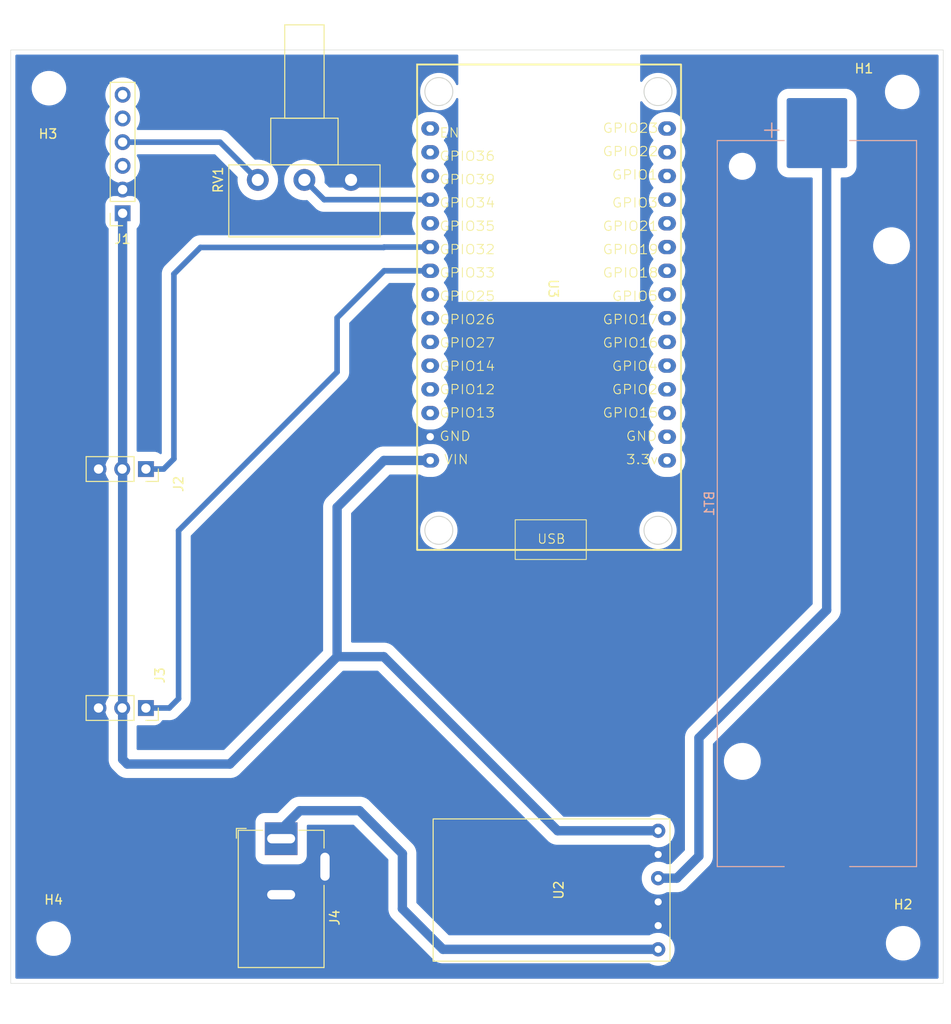
<source format=kicad_pcb>
(kicad_pcb (version 20241229) (generator "pcbnew") (generator_version "9.0")
  (layers (0 "F.Cu" signal) (2 "B.Cu" signal) (13 "F.Paste" user) (15 "B.Paste" user) (5 "F.SilkS" user "F.Silkscreen") (7 "B.SilkS" user "B.Silkscreen") (1 "F.Mask" user) (3 "B.Mask" user) (25 "Edge.Cuts" user))
  (net 0 "")
  (net 1 "+BATT")
  (net 2 "GND")
  (net 4 "+5V")
  (net 6 "/PH")
  (net 8 "/Conduc")
  (net 9 "/Turbi")
  (net 10 "VDC")
  (net 36 "/ph2")
  (footprint "MountingHole:MountingHole_3.2mm_M3" (layer "F.Cu") (at 206.1 39)
    (property "Reference" "H1" (at -4.1 -2.5 0) (layer "F.SilkS"))
    (property "Value" "MountingHole")
    (pad "" np_thru_hole circle (at 0 0) (size 3.2 3.2) (drill 3.2) (layers "*.Cu" "*.Mask"))
  )
  (footprint "MountingHole:MountingHole_3.2mm_M3" (layer "F.Cu") (at 115.1 129.7)
    (property "Reference" "H4" (at 0 -4.15 0) (layer "F.SilkS"))
    (property "Value" "MountingHole")
    (pad "" np_thru_hole circle (at 0 0) (size 3.2 3.2) (drill 3.2) (layers "*.Cu" "*.Mask"))
  )
  (footprint "MountingHole:MountingHole_3.2mm_M3" (layer "F.Cu") (at 206.2 130.2)
    (property "Reference" "H2" (at 0 -4.15 0) (layer "F.SilkS"))
    (property "Value" "MountingHole")
    (pad "" np_thru_hole circle (at 0 0) (size 3.2 3.2) (drill 3.2) (layers "*.Cu" "*.Mask"))
  )
  (footprint "MountingHole:MountingHole_3.2mm_M3" (layer "F.Cu") (at 114.6 38.6)
    (property "Reference" "H3" (at -0.1 4.9 0) (layer "F.SilkS"))
    (property "Value" "MountingHole")
    (pad "" np_thru_hole circle (at 0 0) (size 3.2 3.2) (drill 3.2) (layers "*.Cu" "*.Mask"))
  )
  (footprint "cd42foot:mh-cd42" (layer "F.Cu") (at 168.5 124.5 90)
    (property "Reference" "U2" (at 0 0.77 90) (layer "F.SilkS"))
    (property "Value" "mh-cd42")
    (fp_rect (start -7.62 -12.7) (end 7.62 12.7) (stroke (width 0.12)) (fill no) (layer "F.SilkS"))
    (pad "1" thru_hole circle (at -6.35 11.43 90) (size 1.524 1.524) (drill 0.762) (layers "*.Cu" "*.Mask") (net 10 "VDC"))
    (pad "2" thru_hole circle (at -3.81 11.43 90) (size 1.524 1.524) (drill 0.762) (layers "*.Cu" "*.Mask") (net 2 "GND"))
    (pad "3" thru_hole circle (at -1.27 11.43 90) (size 1.524 1.524) (drill 0.762) (layers "*.Cu" "*.Mask") (net 2 "GND"))
    (pad "4" thru_hole circle (at 1.27 11.43 90) (size 1.524 1.524) (drill 0.762) (layers "*.Cu" "*.Mask") (net 1 "+BATT"))
    (pad "5" thru_hole circle (at 3.81 11.43 90) (size 1.524 1.524) (drill 0.762) (layers "*.Cu" "*.Mask") (net 2 "GND"))
    (pad "6" thru_hole circle (at 6.35 11.43 90) (size 1.524 1.524) (drill 0.762) (layers "*.Cu" "*.Mask") (net 4 "+5V"))
  )
  (footprint "Potentiometer_THT:Potentiometer_Piher_T-16H_Single_Horizontal" (layer "F.Cu") (at 146.99559 48.423478 90)
    (property "Reference" "RV1" (at 0 -14.25 90) (layer "F.SilkS"))
    (property "Value" "66k")
    (fp_line (start 1.61 -13.11) (end 1.61 3.11) (stroke (width 0.12)) (layer "F.SilkS"))
    (fp_line (start -6.11 -13.11) (end 1.61 -13.11) (stroke (width 0.12)) (layer "F.SilkS"))
    (fp_line (start 6.61 -8.61) (end 6.61 -1.39) (stroke (width 0.12)) (layer "F.SilkS"))
    (fp_line (start 1.61 -8.61) (end 6.61 -8.61) (stroke (width 0.12)) (layer "F.SilkS"))
    (fp_line (start 16.61 -7.11) (end 16.61 -2.89) (stroke (width 0.12)) (layer "F.SilkS"))
    (fp_line (start 6.61 -7.11) (end 16.61 -7.11) (stroke (width 0.12)) (layer "F.SilkS"))
    (fp_line (start 16.61 -2.89) (end 6.61 -2.89) (stroke (width 0.12)) (layer "F.SilkS"))
    (fp_line (start 6.61 -2.89) (end 6.61 -7.11) (stroke (width 0.12)) (layer "F.SilkS"))
    (fp_line (start 6.61 -1.39) (end 1.61 -1.39) (stroke (width 0.12)) (layer "F.SilkS"))
    (fp_line (start 1.61 -1.39) (end 1.61 -8.61) (stroke (width 0.12)) (layer "F.SilkS"))
    (fp_line (start 1.61 3.11) (end -6.11 3.11) (stroke (width 0.12)) (layer "F.SilkS"))
    (fp_line (start -6.11 3.11) (end -6.11 -13.11) (stroke (width 0.12)) (layer "F.SilkS"))
    (pad "1" thru_hole circle (at 0 0 90) (size 2.34 2.34) (drill 1.3) (layers "*.Cu" "*.Mask") (net 2 "GND"))
    (pad "2" thru_hole circle (at 0 -5 90) (size 2.34 2.34) (drill 1.3) (layers "*.Cu" "*.Mask") (net 36 "/ph2"))
    (pad "3" thru_hole circle (at 0 -10 90) (size 2.34 2.34) (drill 1.3) (layers "*.Cu" "*.Mask") (net 6 "/PH"))
  )
  (footprint "Connector_PinSocket_2.54mm:PinSocket_1x03_P2.54mm_Vertical" (layer "F.Cu") (at 125 79.4 -90)
    (property "Reference" "J2" (at 1.6 -3.5 90) (layer "F.SilkS"))
    (property "Value" "Conductividad")
    (fp_line (start -1.33 6.41) (end 1.33 6.41) (stroke (width 0.12)) (layer "F.SilkS"))
    (fp_line (start -1.33 1.27) (end -1.33 6.41) (stroke (width 0.12)) (layer "F.SilkS"))
    (fp_line (start -1.33 1.27) (end 1.33 1.27) (stroke (width 0.12)) (layer "F.SilkS"))
    (fp_line (start 1.33 1.27) (end 1.33 6.41) (stroke (width 0.12)) (layer "F.SilkS"))
    (fp_line (start 0 -1.33) (end 1.33 -1.33) (stroke (width 0.12)) (layer "F.SilkS"))
    (fp_line (start 1.33 -1.33) (end 1.33 0) (stroke (width 0.12)) (layer "F.SilkS"))
    (pad "1" thru_hole rect (at 0 0 270) (size 1.7 1.7) (drill 1) (layers "*.Cu" "*.Mask") (net 8 "/Conduc"))
    (pad "2" thru_hole circle (at 0 2.54 270) (size 1.7 1.7) (drill 1) (layers "*.Cu" "*.Mask") (net 4 "+5V"))
    (pad "3" thru_hole circle (at 0 5.08 270) (size 1.7 1.7) (drill 1) (layers "*.Cu" "*.Mask") (net 2 "GND"))
  )
  (footprint "Connector_PinSocket_2.54mm:PinSocket_1x06_P2.54mm_Vertical" (layer "F.Cu") (at 122.5 52 180)
    (property "Reference" "J1" (at 0 -2.77 180) (layer "F.SilkS"))
    (property "Value" "PH Sensor")
    (fp_line (start 1.33 1.27) (end 1.33 14.03) (stroke (width 0.12)) (layer "F.SilkS"))
    (fp_line (start 1.33 -1.33) (end 1.33 0) (stroke (width 0.12)) (layer "F.SilkS"))
    (fp_line (start 0 -1.33) (end 1.33 -1.33) (stroke (width 0.12)) (layer "F.SilkS"))
    (fp_line (start -1.33 14.03) (end 1.33 14.03) (stroke (width 0.12)) (layer "F.SilkS"))
    (fp_line (start -1.33 1.27) (end 1.33 1.27) (stroke (width 0.12)) (layer "F.SilkS"))
    (fp_line (start -1.33 1.27) (end -1.33 14.03) (stroke (width 0.12)) (layer "F.SilkS"))
    (pad "1" thru_hole rect (at 0 0 180) (size 1.7 1.7) (drill 1) (layers "*.Cu" "*.Mask") (net 4 "+5V"))
    (pad "2" thru_hole circle (at 0 2.54 180) (size 1.7 1.7) (drill 1) (layers "*.Cu" "*.Mask") (net 2 "GND"))
    (pad "3" thru_hole circle (at 0 5.08 180) (size 1.7 1.7) (drill 1) (layers "*.Cu" "*.Mask"))
    (pad "4" thru_hole circle (at 0 7.62 180) (size 1.7 1.7) (drill 1) (layers "*.Cu" "*.Mask") (net 6 "/PH"))
    (pad "5" thru_hole circle (at 0 10.16 180) (size 1.7 1.7) (drill 1) (layers "*.Cu" "*.Mask"))
    (pad "6" thru_hole circle (at 0 12.7 180) (size 1.7 1.7) (drill 1) (layers "*.Cu" "*.Mask"))
  )
  (footprint "Connector_BarrelJack:BarrelJack_Horizontal" (layer "F.Cu") (at 139.5 119 90)
    (property "Reference" "J4" (at -8.45 5.75 90) (layer "F.SilkS"))
    (property "Value" "Barrel_Jack_Switch")
    (fp_line (start 0.05 -4.8) (end 1.1 -4.8) (stroke (width 0.12)) (layer "F.SilkS"))
    (fp_line (start 0.9 -4.6) (end 0.9 -2) (stroke (width 0.12)) (layer "F.SilkS"))
    (fp_line (start -13.8 -4.6) (end 0.9 -4.6) (stroke (width 0.12)) (layer "F.SilkS"))
    (fp_line (start 1.1 -3.75) (end 1.1 -4.8) (stroke (width 0.12)) (layer "F.SilkS"))
    (fp_line (start 0.9 1.9) (end 0.9 4.6) (stroke (width 0.12)) (layer "F.SilkS"))
    (fp_line (start 0.9 4.6) (end -1 4.6) (stroke (width 0.12)) (layer "F.SilkS"))
    (fp_line (start -5 4.6) (end -13.8 4.6) (stroke (width 0.12)) (layer "F.SilkS"))
    (fp_line (start -13.8 4.6) (end -13.8 -4.6) (stroke (width 0.12)) (layer "F.SilkS"))
    (pad "1" thru_hole rect (at 0 0 90) (size 3.5 3.5) (drill oval 1 3) (layers "*.Cu" "*.Mask") (net 10 "VDC"))
    (pad "2" thru_hole roundrect (at -6 0 90) (size 3 3.5) (drill oval 1 3) (layers "*.Cu" "*.Mask") (net 2 "GND"))
    (pad "3" thru_hole roundrect (at -3 4.7 90) (size 3.5 3.5) (drill oval 3 1) (layers "*.Cu" "*.Mask") (net 2 "GND"))
  )
  (footprint "Connector_PinSocket_2.54mm:PinSocket_1x03_P2.54mm_Vertical" (layer "F.Cu") (at 124.99542 104.999084 -90)
    (property "Reference" "J3" (at -3.499084 -1.50458 90) (layer "F.SilkS"))
    (property "Value" "Turbidez")
    (fp_line (start -1.33 6.41) (end 1.33 6.41) (stroke (width 0.12)) (layer "F.SilkS"))
    (fp_line (start -1.33 1.27) (end -1.33 6.41) (stroke (width 0.12)) (layer "F.SilkS"))
    (fp_line (start -1.33 1.27) (end 1.33 1.27) (stroke (width 0.12)) (layer "F.SilkS"))
    (fp_line (start 1.33 1.27) (end 1.33 6.41) (stroke (width 0.12)) (layer "F.SilkS"))
    (fp_line (start 0 -1.33) (end 1.33 -1.33) (stroke (width 0.12)) (layer "F.SilkS"))
    (fp_line (start 1.33 -1.33) (end 1.33 0) (stroke (width 0.12)) (layer "F.SilkS"))
    (pad "1" thru_hole rect (at 0 0 270) (size 1.7 1.7) (drill 1) (layers "*.Cu" "*.Mask") (net 9 "/Turbi"))
    (pad "2" thru_hole circle (at 0 2.54 270) (size 1.7 1.7) (drill 1) (layers "*.Cu" "*.Mask") (net 4 "+5V"))
    (pad "3" thru_hole circle (at 0 5.08 270) (size 1.7 1.7) (drill 1) (layers "*.Cu" "*.Mask") (net 2 "GND"))
  )
  (footprint "Trueesp32_devkit:ESP32_30pin" (layer "F.Cu") (at 167.411595 61.462091)
    (property "Reference" "U3" (at 1.27246 -1.395187 270) (layer "F.SilkS"))
    (property "Value" "~")
    (fp_rect (start -13.33 -25.4) (end 14.97 26.6) (stroke (width 0.2)) (fill no) (layer "F.SilkS"))
    (fp_rect (start -2.81 23.37291) (end 4.81 27.627089) (stroke (width 0.1)) (fill no) (layer "F.SilkS"))
    (fp_circle (center -11 -22.5) (end -11 -21) (stroke (width 0.1)) (fill no) (layer "Edge.Cuts"))
    (fp_circle (center -11 24.5) (end -11 26) (stroke (width 0.1)) (fill no) (layer "Edge.Cuts"))
    (fp_circle (center 12.5 -22.5) (end 12.5 -21) (stroke (width 0.1)) (fill no) (layer "Edge.Cuts"))
    (fp_circle (center 12.5 24.5) (end 12.5 26) (stroke (width 0.1)) (fill no) (layer "Edge.Cuts"))
    (fp_text user "GPIO3" (at 7.5 -10 0) (layer "F.SilkS") (effects (font (size 1 1.1) (thickness 0.1)) (justify left bottom)))
    (fp_text user "EN" (at -11 -17.5 0) (layer "F.SilkS") (effects (font (size 1 1.1) (thickness 0.1)) (justify left bottom)))
    (fp_text user "GPIO16" (at 6.5 5 0) (layer "F.SilkS") (effects (font (size 1 1.1) (thickness 0.1)) (justify left bottom)))
    (fp_text user "GPIO17" (at 6.5 2.5 0) (layer "F.SilkS") (effects (font (size 1 1.1) (thickness 0.1)) (justify left bottom)))
    (fp_text user "GPIO22" (at 6.5 -15.5 0) (layer "F.SilkS") (effects (font (size 1 1.1) (thickness 0.1)) (justify left bottom)))
    (fp_text user "GPIO32" (at -11 -5 0) (layer "F.SilkS") (effects (font (size 1 1.1) (thickness 0.1)) (justify left bottom)))
    (fp_text user "GPIO21" (at 6.5 -7.5 0) (layer "F.SilkS") (effects (font (size 1 1.1) (thickness 0.1)) (justify left bottom)))
    (fp_text user "GPIO4" (at 7.5 7.5 0) (layer "F.SilkS") (effects (font (size 1 1.1) (thickness 0.1)) (justify left bottom)))
    (fp_text user "GPIO35" (at -11 -7.5 0) (layer "F.SilkS") (effects (font (size 1 1.1) (thickness 0.1)) (justify left bottom)))
    (fp_text user "GPIO14" (at -11 7.5 0) (layer "F.SilkS") (effects (font (size 1 1.1) (thickness 0.1)) (justify left bottom)))
    (fp_text user "GND" (at 9 15 0) (layer "F.SilkS") (effects (font (size 1 1.1) (thickness 0.1)) (justify left bottom)))
    (fp_text user "GPIO13" (at -11 12.5 0) (layer "F.SilkS") (effects (font (size 1 1.1) (thickness 0.1)) (justify left bottom)))
    (fp_text user "GPIO33" (at -11 -2.5 0) (layer "F.SilkS") (effects (font (size 1 1.1) (thickness 0.1)) (justify left bottom)))
    (fp_text user "GND" (at -11 15 0) (layer "F.SilkS") (effects (font (size 1 1.1) (thickness 0.1)) (justify left bottom)))
    (fp_text user "GPIO27" (at -11 5 0) (layer "F.SilkS") (effects (font (size 1 1.1) (thickness 0.1)) (justify left bottom)))
    (fp_text user "GPIO1" (at 7.5 -13 0) (layer "F.SilkS") (effects (font (size 1 1.1) (thickness 0.1)) (justify left bottom)))
    (fp_text user "3.3v" (at 9 17.5 0) (layer "F.SilkS") (effects (font (size 1 1.1) (thickness 0.1)) (justify left bottom)))
    (fp_text user "GPIO19" (at 6.5 -5 0) (layer "F.SilkS") (effects (font (size 1 1.1) (thickness 0.1)) (justify left bottom)))
    (fp_text user "GPIO18" (at 6.5 -2.5 0) (layer "F.SilkS") (effects (font (size 1 1.1) (thickness 0.1)) (justify left bottom)))
    (fp_text user "USB" (at -0.5 26.01291 0) (layer "F.SilkS") (effects (font (thickness 0.1)) (justify left bottom)))
    (fp_text user "GPIO23" (at 6.5 -18 0) (layer "F.SilkS") (effects (font (size 1 1.1) (thickness 0.1)) (justify left bottom)))
    (fp_text user "GPIO26" (at -11 2.5 0) (layer "F.SilkS") (effects (font (size 1 1.1) (thickness 0.1)) (justify left bottom)))
    (fp_text user "GPIO36" (at -11 -15 0) (layer "F.SilkS") (effects (font (size 1 1.1) (thickness 0.1)) (justify left bottom)))
    (fp_text user "VIN" (at -10.5 17.5 0) (layer "F.SilkS") (effects (font (size 1 1.1) (thickness 0.1)) (justify left bottom)))
    (fp_text user "GPIO39" (at -11 -12.5 0) (layer "F.SilkS") (effects (font (size 1 1.1) (thickness 0.1)) (justify left bottom)))
    (fp_text user "GPIO12" (at -11 10 0) (layer "F.SilkS") (effects (font (size 1 1.1) (thickness 0.1)) (justify left bottom)))
    (fp_text user "GPIO15" (at 6.5 12.5 0) (layer "F.SilkS") (effects (font (size 1 1.1) (thickness 0.1)) (justify left bottom)))
    (fp_text user "GPIO2" (at 7.5 10 0) (layer "F.SilkS") (effects (font (size 1 1.1) (thickness 0.1)) (justify left bottom)))
    (fp_text user "GPIO34" (at -11 -10 0) (layer "F.SilkS") (effects (font (size 1 1.1) (thickness 0.1)) (justify left bottom)))
    (fp_text user "GPIO5" (at 7.5 0 0) (layer "F.SilkS") (effects (font (size 1 1.1) (thickness 0.1)) (justify left bottom)))
    (fp_text user "GPIO25" (at -11 0 0) (layer "F.SilkS") (effects (font (size 1 1.1) (thickness 0.1)) (justify left bottom)))
    (pad "1" thru_hole oval (at -11.92754 17.019813 270) (size 1.524 1.9) (drill 0.8) (layers "*.Cu" "*.Mask") (net 4 "+5V"))
    (pad "2" thru_hole oval (at -11.92754 14.479813 270) (size 1.524 1.9) (drill 0.8) (layers "*.Cu" "*.Mask") (net 2 "GND"))
    (pad "3" thru_hole oval (at -11.92754 11.939813 270) (size 1.524 1.9) (drill 0.8) (layers "*.Cu" "*.Mask"))
    (pad "4" thru_hole oval (at -11.92754 9.399813 270) (size 1.524 1.9) (drill 0.8) (layers "*.Cu" "*.Mask"))
    (pad "5" thru_hole oval (at -11.92754 6.859813 270) (size 1.524 1.9) (drill 0.8) (layers "*.Cu" "*.Mask"))
    (pad "6" thru_hole oval (at -11.92754 4.319813 270) (size 1.524 1.9) (drill 0.8) (layers "*.Cu" "*.Mask"))
    (pad "7" thru_hole oval (at -11.92754 1.779813 270) (size 1.524 1.9) (drill 0.8) (layers "*.Cu" "*.Mask"))
    (pad "8" thru_hole oval (at -11.92754 -0.760187 270) (size 1.524 1.9) (drill 0.8) (layers "*.Cu" "*.Mask"))
    (pad "9" thru_hole oval (at -11.92754 -3.300187 270) (size 1.524 1.9) (drill 0.8) (layers "*.Cu" "*.Mask") (net 9 "/Turbi"))
    (pad "10" thru_hole oval (at -11.92754 -5.840187 270) (size 1.524 1.9) (drill 0.8) (layers "*.Cu" "*.Mask") (net 8 "/Conduc"))
    (pad "11" thru_hole oval (at -11.92754 -8.380187 270) (size 1.524 1.9) (drill 0.8) (layers "*.Cu" "*.Mask"))
    (pad "12" thru_hole oval (at -11.92754 -10.920187 270) (size 1.524 1.9) (drill 0.8) (layers "*.Cu" "*.Mask") (net 36 "/ph2"))
    (pad "13" thru_hole oval (at -11.92754 -13.460187 270) (size 1.524 1.9) (drill 0.8) (layers "*.Cu" "*.Mask"))
    (pad "14" thru_hole oval (at -11.92754 -16.000187 270) (size 1.524 1.9) (drill 0.8) (layers "*.Cu" "*.Mask"))
    (pad "15" thru_hole oval (at -11.92754 -18.540187 270) (size 1.524 1.9) (drill 0.8) (layers "*.Cu" "*.Mask"))
    (pad "16" thru_hole oval (at 13.47246 17.019813 270) (size 1.524 1.9) (drill 0.8) (layers "*.Cu" "*.Mask"))
    (pad "17" thru_hole oval (at 13.47246 14.479813 270) (size 1.524 1.9) (drill 0.8) (layers "*.Cu" "*.Mask"))
    (pad "18" thru_hole oval (at 13.47246 11.939813 270) (size 1.524 1.9) (drill 0.8) (layers "*.Cu" "*.Mask"))
    (pad "19" thru_hole oval (at 13.47246 9.399813 270) (size 1.524 1.9) (drill 0.8) (layers "*.Cu" "*.Mask"))
    (pad "20" thru_hole oval (at 13.47246 6.859813 270) (size 1.524 1.9) (drill 0.8) (layers "*.Cu" "*.Mask"))
    (pad "21" thru_hole oval (at 13.47246 4.319813 270) (size 1.524 1.9) (drill 0.8) (layers "*.Cu" "*.Mask"))
    (pad "22" thru_hole oval (at 13.47246 1.779813 270) (size 1.524 1.9) (drill 0.8) (layers "*.Cu" "*.Mask"))
    (pad "23" thru_hole oval (at 13.47246 -0.760187 270) (size 1.524 1.9) (drill 0.8) (layers "*.Cu" "*.Mask"))
    (pad "24" thru_hole oval (at 13.47246 -3.300187 270) (size 1.524 1.9) (drill 0.8) (layers "*.Cu" "*.Mask"))
    (pad "25" thru_hole oval (at 13.47246 -5.840187 270) (size 1.524 1.9) (drill 0.8) (layers "*.Cu" "*.Mask"))
    (pad "26" thru_hole oval (at 13.47246 -8.380187 270) (size 1.524 1.9) (drill 0.8) (layers "*.Cu" "*.Mask"))
    (pad "27" thru_hole oval (at 13.47246 -10.920187 270) (size 1.524 1.9) (drill 0.8) (layers "*.Cu" "*.Mask"))
    (pad "28" thru_hole oval (at 13.47246 -13.460187 270) (size 1.524 1.9) (drill 0.8) (layers "*.Cu" "*.Mask"))
    (pad "29" thru_hole oval (at 13.47246 -16.000187 270) (size 1.524 1.9) (drill 0.8) (layers "*.Cu" "*.Mask"))
    (pad "30" thru_hole oval (at 13.47246 -18.540187 270) (size 1.524 1.9) (drill 0.8) (layers "*.Cu" "*.Mask"))
  )
  (footprint "Battery:BatteryHolder_Keystone_1042_1x18650" (layer "B.Cu") (at 196.954923 83.098232 -90)
    (property "Reference" "BT1" (at 0 11.53 90) (layer "B.SilkS") (effects (justify mirror)))
    (property "Value" "Battery")
    (fp_line (start -38.89 10.685) (end 38.89 10.685) (stroke (width 0.12)) (layer "B.SilkS"))
    (fp_line (start 38.89 10.685) (end 38.89 3.51) (stroke (width 0.12)) (layer "B.SilkS"))
    (fp_line (start -38.89 3.51) (end -38.89 10.685) (stroke (width 0.12)) (layer "B.SilkS"))
    (fp_line (start 38.89 -3.51) (end 38.89 -10.685) (stroke (width 0.12)) (layer "B.SilkS"))
    (fp_line (start -38.89 -10.685) (end -38.89 -3.51) (stroke (width 0.12)) (layer "B.SilkS"))
    (fp_line (start 38.89 -10.685) (end -38.89 -10.685) (stroke (width 0.12)) (layer "B.SilkS"))
    (fp_text user "+" (at -40 5 90) (layer "B.SilkS") (effects (font (size 2 2)) (justify mirror)))
    (pad "" np_thru_hole circle (at -36.13 8 270) (size 2.39 2.39) (drill 2.39) (layers "*.Cu" "*.Mask"))
    (pad "" np_thru_hole circle (at -27.62 -8 270) (size 3.45 3.45) (drill 3.45) (layers "*.Cu" "*.Mask"))
    (pad "" np_thru_hole circle (at 27.62 8 270) (size 3.45 3.45) (drill 3.45) (layers "*.Cu" "*.Mask"))
    (pad "1" smd roundrect (at -39.69 0 270) (size 7.5 6.5) (layers "B.Cu" "B.Mask" "B.Paste") (roundrect_rratio 0.038462) (net 1 "+BATT"))
    (pad "2" smd roundrect (at 39.69 0 270) (size 7.5 6.5) (layers "B.Cu" "B.Mask" "B.Paste") (roundrect_rratio 0.038462) (net 2 "GND"))
  )
  (gr_rect (start 110.5 34.5) (end 210.5 134.5) (stroke (width 0.05)) (fill no) (layer "Edge.Cuts"))
  (segment (start 179.93 123.23) (end 181.93 123.23) (width 1) (layer "B.Cu") (net 1))
  (segment (start 181.93 123.23) (end 184.3 120.86) (width 1) (layer "B.Cu") (net 1))
  (segment (start 198 94.5) (end 198 41.31) (width 1) (layer "B.Cu") (net 1))
  (segment (start 184.3 108.2) (end 198 94.5) (width 1) (layer "B.Cu") (net 1))
  (segment (start 184.3 120.86) (end 184.3 108.2) (width 1) (layer "B.Cu") (net 1))
  (segment (start 122.5 105) (end 122.5 110.5) (width 1) (layer "B.Cu") (net 4))
  (segment (start 179.93 118.15) (end 169.15 118.15) (width 1) (layer "B.Cu") (net 4))
  (segment (start 150.5 99.5) (end 145.5 99.5) (width 1) (layer "B.Cu") (net 4))
  (segment (start 134 111) (end 145.5 99.5) (width 1) (layer "B.Cu") (net 4))
  (segment (start 122.5 79.5) (end 122.5 105) (width 1) (layer "B.Cu") (net 4))
  (segment (start 122.5 79.5) (end 122.5 71) (width 1) (layer "B.Cu") (net 4))
  (segment (start 145.5 83.5) (end 150.518096 78.481904) (width 1) (layer "B.Cu") (net 4))
  (segment (start 150.518096 78.481904) (end 155.484055 78.481904) (width 1) (layer "B.Cu") (net 4))
  (segment (start 123 111) (end 134 111) (width 1) (layer "B.Cu") (net 4))
  (segment (start 122.5 110.5) (end 123 111) (width 1) (layer "B.Cu") (net 4))
  (segment (start 145.5 99.5) (end 145.5 83.5) (width 1) (layer "B.Cu") (net 4))
  (segment (start 169.15 118.15) (end 150.5 99.5) (width 1) (layer "B.Cu") (net 4))
  (segment (start 122.5 71) (end 122.5 52) (width 1) (layer "B.Cu") (net 4))
  (segment (start 132.952112 44.38) (end 122.5 44.38) (width 0.6) (layer "B.Cu") (net 6))
  (segment (start 136.99559 48.423478) (end 132.952112 44.38) (width 0.6) (layer "B.Cu") (net 6))
  (segment (start 125 79.4) (end 126.9 79.4) (width 0.6) (layer "B.Cu") (net 8))
  (segment (start 130.84 55.66) (end 150.5 55.66) (width 0.6) (layer "B.Cu") (net 8))
  (segment (start 128 78.3) (end 128 58.5) (width 0.6) (layer "B.Cu") (net 8))
  (segment (start 150.5 55.66) (end 150.538096 55.621904) (width 0.6) (layer "B.Cu") (net 8))
  (segment (start 126.9 79.4) (end 128 78.3) (width 0.6) (layer "B.Cu") (net 8))
  (segment (start 150.538096 55.621904) (end 155.484055 55.621904) (width 0.6) (layer "B.Cu") (net 8))
  (segment (start 128 58.5) (end 130.84 55.66) (width 0.6) (layer "B.Cu") (net 8))
  (segment (start 128.5 86) (end 128.5 104) (width 0.6) (layer "B.Cu") (net 9))
  (segment (start 145.5 69) (end 128.5 86) (width 0.6) (layer "B.Cu") (net 9))
  (segment (start 155.484055 58.161904) (end 150.538096 58.161904) (width 0.6) (layer "B.Cu") (net 9))
  (segment (start 128.5 104) (end 127.5 105) (width 0.6) (layer "B.Cu") (net 9))
  (segment (start 150.538096 58.161904) (end 145.5 63.2) (width 0.6) (layer "B.Cu") (net 9))
  (segment (start 145.5 63.2) (end 145.5 69) (width 0.6) (layer "B.Cu") (net 9))
  (segment (start 127.499084 104.999084) (end 124.99542 104.999084) (width 0.6) (layer "B.Cu") (net 9))
  (segment (start 127.5 105) (end 127.499084 104.999084) (width 0.6) (layer "B.Cu") (net 9))
  (segment (start 156.85 130.85) (end 152.5 126.5) (width 1) (layer "B.Cu") (net 10))
  (segment (start 147.9 116) (end 141.5 116) (width 1) (layer "B.Cu") (net 10))
  (segment (start 152.5 120.6) (end 147.9 116) (width 1) (layer "B.Cu") (net 10))
  (segment (start 179.93 130.85) (end 156.85 130.85) (width 1) (layer "B.Cu") (net 10))
  (segment (start 141.5 116) (end 139.5 118) (width 1) (layer "B.Cu") (net 10))
  (segment (start 139.5 118) (end 139.5 119) (width 1) (layer "B.Cu") (net 10))
  (segment (start 152.5 126.5) (end 152.5 120.6) (width 1) (layer "B.Cu") (net 10))
  (segment (start 144.114016 50.541904) (end 155.484055 50.541904) (width 0.6) (layer "B.Cu") (net 36))
  (segment (start 141.99559 48.423478) (end 144.114016 50.541904) (width 0.6) (layer "B.Cu") (net 36))
  (zone (net 2) (net_name "GND") (layer "B.Cu") (connect_pads yes (clearance 1)) (min_thickness 0.25) (fill yes (thermal_gap 0.5) (thermal_bridge_width 0.5))
    (polygon (pts (xy 110.5 34.5) (xy 110.5 134.5) (xy 210.5 134.5) (xy 210.5 34.5) (xy 178 34.5) (xy 178 61.5) (xy 158.5 61.5) (xy 158.5 34.5)))
  )
)
</source>
